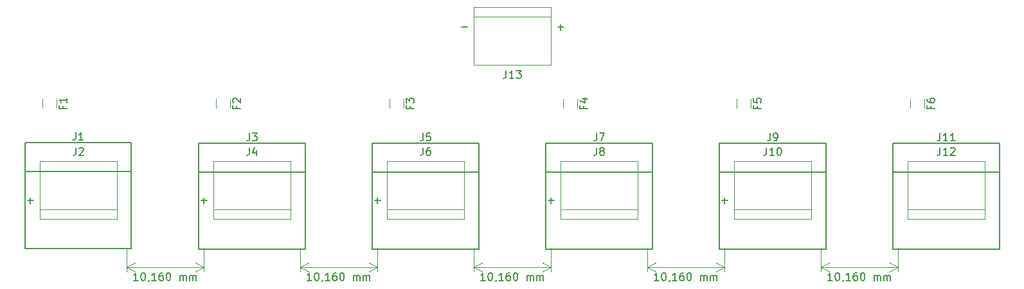
<source format=gbr>
G04 #@! TF.GenerationSoftware,KiCad,Pcbnew,5.1.6*
G04 #@! TF.CreationDate,2020-05-20T11:34:49+02:00*
G04 #@! TF.ProjectId,5V_power_dist,35565f70-6f77-4657-925f-646973742e6b,rev?*
G04 #@! TF.SameCoordinates,Original*
G04 #@! TF.FileFunction,Legend,Top*
G04 #@! TF.FilePolarity,Positive*
%FSLAX46Y46*%
G04 Gerber Fmt 4.6, Leading zero omitted, Abs format (unit mm)*
G04 Created by KiCad (PCBNEW 5.1.6) date 2020-05-20 11:34:49*
%MOMM*%
%LPD*%
G01*
G04 APERTURE LIST*
%ADD10C,0.150000*%
%ADD11C,0.120000*%
G04 APERTURE END LIST*
D10*
X183769047Y-96591428D02*
X184530952Y-96591428D01*
X184150000Y-96972380D02*
X184150000Y-96210476D01*
X160909047Y-96591428D02*
X161670952Y-96591428D01*
X161290000Y-96972380D02*
X161290000Y-96210476D01*
X138049047Y-96591428D02*
X138810952Y-96591428D01*
X138430000Y-96972380D02*
X138430000Y-96210476D01*
X115189047Y-96591428D02*
X115950952Y-96591428D01*
X115570000Y-96972380D02*
X115570000Y-96210476D01*
X92329047Y-96591428D02*
X93090952Y-96591428D01*
X92710000Y-96972380D02*
X92710000Y-96210476D01*
X149479047Y-73731428D02*
X150240952Y-73731428D01*
X162179047Y-73731428D02*
X162940952Y-73731428D01*
X162560000Y-74112380D02*
X162560000Y-73350476D01*
X198358571Y-107132380D02*
X197787142Y-107132380D01*
X198072857Y-107132380D02*
X198072857Y-106132380D01*
X197977619Y-106275238D01*
X197882380Y-106370476D01*
X197787142Y-106418095D01*
X198977619Y-106132380D02*
X199072857Y-106132380D01*
X199168095Y-106180000D01*
X199215714Y-106227619D01*
X199263333Y-106322857D01*
X199310952Y-106513333D01*
X199310952Y-106751428D01*
X199263333Y-106941904D01*
X199215714Y-107037142D01*
X199168095Y-107084761D01*
X199072857Y-107132380D01*
X198977619Y-107132380D01*
X198882380Y-107084761D01*
X198834761Y-107037142D01*
X198787142Y-106941904D01*
X198739523Y-106751428D01*
X198739523Y-106513333D01*
X198787142Y-106322857D01*
X198834761Y-106227619D01*
X198882380Y-106180000D01*
X198977619Y-106132380D01*
X199787142Y-107084761D02*
X199787142Y-107132380D01*
X199739523Y-107227619D01*
X199691904Y-107275238D01*
X200739523Y-107132380D02*
X200168095Y-107132380D01*
X200453809Y-107132380D02*
X200453809Y-106132380D01*
X200358571Y-106275238D01*
X200263333Y-106370476D01*
X200168095Y-106418095D01*
X201596666Y-106132380D02*
X201406190Y-106132380D01*
X201310952Y-106180000D01*
X201263333Y-106227619D01*
X201168095Y-106370476D01*
X201120476Y-106560952D01*
X201120476Y-106941904D01*
X201168095Y-107037142D01*
X201215714Y-107084761D01*
X201310952Y-107132380D01*
X201501428Y-107132380D01*
X201596666Y-107084761D01*
X201644285Y-107037142D01*
X201691904Y-106941904D01*
X201691904Y-106703809D01*
X201644285Y-106608571D01*
X201596666Y-106560952D01*
X201501428Y-106513333D01*
X201310952Y-106513333D01*
X201215714Y-106560952D01*
X201168095Y-106608571D01*
X201120476Y-106703809D01*
X202310952Y-106132380D02*
X202406190Y-106132380D01*
X202501428Y-106180000D01*
X202549047Y-106227619D01*
X202596666Y-106322857D01*
X202644285Y-106513333D01*
X202644285Y-106751428D01*
X202596666Y-106941904D01*
X202549047Y-107037142D01*
X202501428Y-107084761D01*
X202406190Y-107132380D01*
X202310952Y-107132380D01*
X202215714Y-107084761D01*
X202168095Y-107037142D01*
X202120476Y-106941904D01*
X202072857Y-106751428D01*
X202072857Y-106513333D01*
X202120476Y-106322857D01*
X202168095Y-106227619D01*
X202215714Y-106180000D01*
X202310952Y-106132380D01*
X203834761Y-107132380D02*
X203834761Y-106465714D01*
X203834761Y-106560952D02*
X203882380Y-106513333D01*
X203977619Y-106465714D01*
X204120476Y-106465714D01*
X204215714Y-106513333D01*
X204263333Y-106608571D01*
X204263333Y-107132380D01*
X204263333Y-106608571D02*
X204310952Y-106513333D01*
X204406190Y-106465714D01*
X204549047Y-106465714D01*
X204644285Y-106513333D01*
X204691904Y-106608571D01*
X204691904Y-107132380D01*
X205168095Y-107132380D02*
X205168095Y-106465714D01*
X205168095Y-106560952D02*
X205215714Y-106513333D01*
X205310952Y-106465714D01*
X205453809Y-106465714D01*
X205549047Y-106513333D01*
X205596666Y-106608571D01*
X205596666Y-107132380D01*
X205596666Y-106608571D02*
X205644285Y-106513333D01*
X205739523Y-106465714D01*
X205882380Y-106465714D01*
X205977619Y-106513333D01*
X206025238Y-106608571D01*
X206025238Y-107132380D01*
D11*
X207010000Y-105410000D02*
X196850000Y-105410000D01*
X207010000Y-102870000D02*
X207010000Y-105996421D01*
X196850000Y-102870000D02*
X196850000Y-105996421D01*
X196850000Y-105410000D02*
X197976504Y-104823579D01*
X196850000Y-105410000D02*
X197976504Y-105996421D01*
X207010000Y-105410000D02*
X205883496Y-104823579D01*
X207010000Y-105410000D02*
X205883496Y-105996421D01*
D10*
X175498571Y-107132380D02*
X174927142Y-107132380D01*
X175212857Y-107132380D02*
X175212857Y-106132380D01*
X175117619Y-106275238D01*
X175022380Y-106370476D01*
X174927142Y-106418095D01*
X176117619Y-106132380D02*
X176212857Y-106132380D01*
X176308095Y-106180000D01*
X176355714Y-106227619D01*
X176403333Y-106322857D01*
X176450952Y-106513333D01*
X176450952Y-106751428D01*
X176403333Y-106941904D01*
X176355714Y-107037142D01*
X176308095Y-107084761D01*
X176212857Y-107132380D01*
X176117619Y-107132380D01*
X176022380Y-107084761D01*
X175974761Y-107037142D01*
X175927142Y-106941904D01*
X175879523Y-106751428D01*
X175879523Y-106513333D01*
X175927142Y-106322857D01*
X175974761Y-106227619D01*
X176022380Y-106180000D01*
X176117619Y-106132380D01*
X176927142Y-107084761D02*
X176927142Y-107132380D01*
X176879523Y-107227619D01*
X176831904Y-107275238D01*
X177879523Y-107132380D02*
X177308095Y-107132380D01*
X177593809Y-107132380D02*
X177593809Y-106132380D01*
X177498571Y-106275238D01*
X177403333Y-106370476D01*
X177308095Y-106418095D01*
X178736666Y-106132380D02*
X178546190Y-106132380D01*
X178450952Y-106180000D01*
X178403333Y-106227619D01*
X178308095Y-106370476D01*
X178260476Y-106560952D01*
X178260476Y-106941904D01*
X178308095Y-107037142D01*
X178355714Y-107084761D01*
X178450952Y-107132380D01*
X178641428Y-107132380D01*
X178736666Y-107084761D01*
X178784285Y-107037142D01*
X178831904Y-106941904D01*
X178831904Y-106703809D01*
X178784285Y-106608571D01*
X178736666Y-106560952D01*
X178641428Y-106513333D01*
X178450952Y-106513333D01*
X178355714Y-106560952D01*
X178308095Y-106608571D01*
X178260476Y-106703809D01*
X179450952Y-106132380D02*
X179546190Y-106132380D01*
X179641428Y-106180000D01*
X179689047Y-106227619D01*
X179736666Y-106322857D01*
X179784285Y-106513333D01*
X179784285Y-106751428D01*
X179736666Y-106941904D01*
X179689047Y-107037142D01*
X179641428Y-107084761D01*
X179546190Y-107132380D01*
X179450952Y-107132380D01*
X179355714Y-107084761D01*
X179308095Y-107037142D01*
X179260476Y-106941904D01*
X179212857Y-106751428D01*
X179212857Y-106513333D01*
X179260476Y-106322857D01*
X179308095Y-106227619D01*
X179355714Y-106180000D01*
X179450952Y-106132380D01*
X180974761Y-107132380D02*
X180974761Y-106465714D01*
X180974761Y-106560952D02*
X181022380Y-106513333D01*
X181117619Y-106465714D01*
X181260476Y-106465714D01*
X181355714Y-106513333D01*
X181403333Y-106608571D01*
X181403333Y-107132380D01*
X181403333Y-106608571D02*
X181450952Y-106513333D01*
X181546190Y-106465714D01*
X181689047Y-106465714D01*
X181784285Y-106513333D01*
X181831904Y-106608571D01*
X181831904Y-107132380D01*
X182308095Y-107132380D02*
X182308095Y-106465714D01*
X182308095Y-106560952D02*
X182355714Y-106513333D01*
X182450952Y-106465714D01*
X182593809Y-106465714D01*
X182689047Y-106513333D01*
X182736666Y-106608571D01*
X182736666Y-107132380D01*
X182736666Y-106608571D02*
X182784285Y-106513333D01*
X182879523Y-106465714D01*
X183022380Y-106465714D01*
X183117619Y-106513333D01*
X183165238Y-106608571D01*
X183165238Y-107132380D01*
D11*
X184150000Y-105410000D02*
X173990000Y-105410000D01*
X184150000Y-102870000D02*
X184150000Y-105996421D01*
X173990000Y-102870000D02*
X173990000Y-105996421D01*
X173990000Y-105410000D02*
X175116504Y-104823579D01*
X173990000Y-105410000D02*
X175116504Y-105996421D01*
X184150000Y-105410000D02*
X183023496Y-104823579D01*
X184150000Y-105410000D02*
X183023496Y-105996421D01*
D10*
X152638571Y-107132380D02*
X152067142Y-107132380D01*
X152352857Y-107132380D02*
X152352857Y-106132380D01*
X152257619Y-106275238D01*
X152162380Y-106370476D01*
X152067142Y-106418095D01*
X153257619Y-106132380D02*
X153352857Y-106132380D01*
X153448095Y-106180000D01*
X153495714Y-106227619D01*
X153543333Y-106322857D01*
X153590952Y-106513333D01*
X153590952Y-106751428D01*
X153543333Y-106941904D01*
X153495714Y-107037142D01*
X153448095Y-107084761D01*
X153352857Y-107132380D01*
X153257619Y-107132380D01*
X153162380Y-107084761D01*
X153114761Y-107037142D01*
X153067142Y-106941904D01*
X153019523Y-106751428D01*
X153019523Y-106513333D01*
X153067142Y-106322857D01*
X153114761Y-106227619D01*
X153162380Y-106180000D01*
X153257619Y-106132380D01*
X154067142Y-107084761D02*
X154067142Y-107132380D01*
X154019523Y-107227619D01*
X153971904Y-107275238D01*
X155019523Y-107132380D02*
X154448095Y-107132380D01*
X154733809Y-107132380D02*
X154733809Y-106132380D01*
X154638571Y-106275238D01*
X154543333Y-106370476D01*
X154448095Y-106418095D01*
X155876666Y-106132380D02*
X155686190Y-106132380D01*
X155590952Y-106180000D01*
X155543333Y-106227619D01*
X155448095Y-106370476D01*
X155400476Y-106560952D01*
X155400476Y-106941904D01*
X155448095Y-107037142D01*
X155495714Y-107084761D01*
X155590952Y-107132380D01*
X155781428Y-107132380D01*
X155876666Y-107084761D01*
X155924285Y-107037142D01*
X155971904Y-106941904D01*
X155971904Y-106703809D01*
X155924285Y-106608571D01*
X155876666Y-106560952D01*
X155781428Y-106513333D01*
X155590952Y-106513333D01*
X155495714Y-106560952D01*
X155448095Y-106608571D01*
X155400476Y-106703809D01*
X156590952Y-106132380D02*
X156686190Y-106132380D01*
X156781428Y-106180000D01*
X156829047Y-106227619D01*
X156876666Y-106322857D01*
X156924285Y-106513333D01*
X156924285Y-106751428D01*
X156876666Y-106941904D01*
X156829047Y-107037142D01*
X156781428Y-107084761D01*
X156686190Y-107132380D01*
X156590952Y-107132380D01*
X156495714Y-107084761D01*
X156448095Y-107037142D01*
X156400476Y-106941904D01*
X156352857Y-106751428D01*
X156352857Y-106513333D01*
X156400476Y-106322857D01*
X156448095Y-106227619D01*
X156495714Y-106180000D01*
X156590952Y-106132380D01*
X158114761Y-107132380D02*
X158114761Y-106465714D01*
X158114761Y-106560952D02*
X158162380Y-106513333D01*
X158257619Y-106465714D01*
X158400476Y-106465714D01*
X158495714Y-106513333D01*
X158543333Y-106608571D01*
X158543333Y-107132380D01*
X158543333Y-106608571D02*
X158590952Y-106513333D01*
X158686190Y-106465714D01*
X158829047Y-106465714D01*
X158924285Y-106513333D01*
X158971904Y-106608571D01*
X158971904Y-107132380D01*
X159448095Y-107132380D02*
X159448095Y-106465714D01*
X159448095Y-106560952D02*
X159495714Y-106513333D01*
X159590952Y-106465714D01*
X159733809Y-106465714D01*
X159829047Y-106513333D01*
X159876666Y-106608571D01*
X159876666Y-107132380D01*
X159876666Y-106608571D02*
X159924285Y-106513333D01*
X160019523Y-106465714D01*
X160162380Y-106465714D01*
X160257619Y-106513333D01*
X160305238Y-106608571D01*
X160305238Y-107132380D01*
D11*
X161290000Y-105410000D02*
X151130000Y-105410000D01*
X161290000Y-102870000D02*
X161290000Y-105996421D01*
X151130000Y-102870000D02*
X151130000Y-105996421D01*
X151130000Y-105410000D02*
X152256504Y-104823579D01*
X151130000Y-105410000D02*
X152256504Y-105996421D01*
X161290000Y-105410000D02*
X160163496Y-104823579D01*
X161290000Y-105410000D02*
X160163496Y-105996421D01*
D10*
X129778571Y-107132380D02*
X129207142Y-107132380D01*
X129492857Y-107132380D02*
X129492857Y-106132380D01*
X129397619Y-106275238D01*
X129302380Y-106370476D01*
X129207142Y-106418095D01*
X130397619Y-106132380D02*
X130492857Y-106132380D01*
X130588095Y-106180000D01*
X130635714Y-106227619D01*
X130683333Y-106322857D01*
X130730952Y-106513333D01*
X130730952Y-106751428D01*
X130683333Y-106941904D01*
X130635714Y-107037142D01*
X130588095Y-107084761D01*
X130492857Y-107132380D01*
X130397619Y-107132380D01*
X130302380Y-107084761D01*
X130254761Y-107037142D01*
X130207142Y-106941904D01*
X130159523Y-106751428D01*
X130159523Y-106513333D01*
X130207142Y-106322857D01*
X130254761Y-106227619D01*
X130302380Y-106180000D01*
X130397619Y-106132380D01*
X131207142Y-107084761D02*
X131207142Y-107132380D01*
X131159523Y-107227619D01*
X131111904Y-107275238D01*
X132159523Y-107132380D02*
X131588095Y-107132380D01*
X131873809Y-107132380D02*
X131873809Y-106132380D01*
X131778571Y-106275238D01*
X131683333Y-106370476D01*
X131588095Y-106418095D01*
X133016666Y-106132380D02*
X132826190Y-106132380D01*
X132730952Y-106180000D01*
X132683333Y-106227619D01*
X132588095Y-106370476D01*
X132540476Y-106560952D01*
X132540476Y-106941904D01*
X132588095Y-107037142D01*
X132635714Y-107084761D01*
X132730952Y-107132380D01*
X132921428Y-107132380D01*
X133016666Y-107084761D01*
X133064285Y-107037142D01*
X133111904Y-106941904D01*
X133111904Y-106703809D01*
X133064285Y-106608571D01*
X133016666Y-106560952D01*
X132921428Y-106513333D01*
X132730952Y-106513333D01*
X132635714Y-106560952D01*
X132588095Y-106608571D01*
X132540476Y-106703809D01*
X133730952Y-106132380D02*
X133826190Y-106132380D01*
X133921428Y-106180000D01*
X133969047Y-106227619D01*
X134016666Y-106322857D01*
X134064285Y-106513333D01*
X134064285Y-106751428D01*
X134016666Y-106941904D01*
X133969047Y-107037142D01*
X133921428Y-107084761D01*
X133826190Y-107132380D01*
X133730952Y-107132380D01*
X133635714Y-107084761D01*
X133588095Y-107037142D01*
X133540476Y-106941904D01*
X133492857Y-106751428D01*
X133492857Y-106513333D01*
X133540476Y-106322857D01*
X133588095Y-106227619D01*
X133635714Y-106180000D01*
X133730952Y-106132380D01*
X135254761Y-107132380D02*
X135254761Y-106465714D01*
X135254761Y-106560952D02*
X135302380Y-106513333D01*
X135397619Y-106465714D01*
X135540476Y-106465714D01*
X135635714Y-106513333D01*
X135683333Y-106608571D01*
X135683333Y-107132380D01*
X135683333Y-106608571D02*
X135730952Y-106513333D01*
X135826190Y-106465714D01*
X135969047Y-106465714D01*
X136064285Y-106513333D01*
X136111904Y-106608571D01*
X136111904Y-107132380D01*
X136588095Y-107132380D02*
X136588095Y-106465714D01*
X136588095Y-106560952D02*
X136635714Y-106513333D01*
X136730952Y-106465714D01*
X136873809Y-106465714D01*
X136969047Y-106513333D01*
X137016666Y-106608571D01*
X137016666Y-107132380D01*
X137016666Y-106608571D02*
X137064285Y-106513333D01*
X137159523Y-106465714D01*
X137302380Y-106465714D01*
X137397619Y-106513333D01*
X137445238Y-106608571D01*
X137445238Y-107132380D01*
D11*
X138430000Y-105410000D02*
X128270000Y-105410000D01*
X138430000Y-102870000D02*
X138430000Y-105996421D01*
X128270000Y-102870000D02*
X128270000Y-105996421D01*
X128270000Y-105410000D02*
X129396504Y-104823579D01*
X128270000Y-105410000D02*
X129396504Y-105996421D01*
X138430000Y-105410000D02*
X137303496Y-104823579D01*
X138430000Y-105410000D02*
X137303496Y-105996421D01*
D10*
X106918571Y-107132380D02*
X106347142Y-107132380D01*
X106632857Y-107132380D02*
X106632857Y-106132380D01*
X106537619Y-106275238D01*
X106442380Y-106370476D01*
X106347142Y-106418095D01*
X107537619Y-106132380D02*
X107632857Y-106132380D01*
X107728095Y-106180000D01*
X107775714Y-106227619D01*
X107823333Y-106322857D01*
X107870952Y-106513333D01*
X107870952Y-106751428D01*
X107823333Y-106941904D01*
X107775714Y-107037142D01*
X107728095Y-107084761D01*
X107632857Y-107132380D01*
X107537619Y-107132380D01*
X107442380Y-107084761D01*
X107394761Y-107037142D01*
X107347142Y-106941904D01*
X107299523Y-106751428D01*
X107299523Y-106513333D01*
X107347142Y-106322857D01*
X107394761Y-106227619D01*
X107442380Y-106180000D01*
X107537619Y-106132380D01*
X108347142Y-107084761D02*
X108347142Y-107132380D01*
X108299523Y-107227619D01*
X108251904Y-107275238D01*
X109299523Y-107132380D02*
X108728095Y-107132380D01*
X109013809Y-107132380D02*
X109013809Y-106132380D01*
X108918571Y-106275238D01*
X108823333Y-106370476D01*
X108728095Y-106418095D01*
X110156666Y-106132380D02*
X109966190Y-106132380D01*
X109870952Y-106180000D01*
X109823333Y-106227619D01*
X109728095Y-106370476D01*
X109680476Y-106560952D01*
X109680476Y-106941904D01*
X109728095Y-107037142D01*
X109775714Y-107084761D01*
X109870952Y-107132380D01*
X110061428Y-107132380D01*
X110156666Y-107084761D01*
X110204285Y-107037142D01*
X110251904Y-106941904D01*
X110251904Y-106703809D01*
X110204285Y-106608571D01*
X110156666Y-106560952D01*
X110061428Y-106513333D01*
X109870952Y-106513333D01*
X109775714Y-106560952D01*
X109728095Y-106608571D01*
X109680476Y-106703809D01*
X110870952Y-106132380D02*
X110966190Y-106132380D01*
X111061428Y-106180000D01*
X111109047Y-106227619D01*
X111156666Y-106322857D01*
X111204285Y-106513333D01*
X111204285Y-106751428D01*
X111156666Y-106941904D01*
X111109047Y-107037142D01*
X111061428Y-107084761D01*
X110966190Y-107132380D01*
X110870952Y-107132380D01*
X110775714Y-107084761D01*
X110728095Y-107037142D01*
X110680476Y-106941904D01*
X110632857Y-106751428D01*
X110632857Y-106513333D01*
X110680476Y-106322857D01*
X110728095Y-106227619D01*
X110775714Y-106180000D01*
X110870952Y-106132380D01*
X112394761Y-107132380D02*
X112394761Y-106465714D01*
X112394761Y-106560952D02*
X112442380Y-106513333D01*
X112537619Y-106465714D01*
X112680476Y-106465714D01*
X112775714Y-106513333D01*
X112823333Y-106608571D01*
X112823333Y-107132380D01*
X112823333Y-106608571D02*
X112870952Y-106513333D01*
X112966190Y-106465714D01*
X113109047Y-106465714D01*
X113204285Y-106513333D01*
X113251904Y-106608571D01*
X113251904Y-107132380D01*
X113728095Y-107132380D02*
X113728095Y-106465714D01*
X113728095Y-106560952D02*
X113775714Y-106513333D01*
X113870952Y-106465714D01*
X114013809Y-106465714D01*
X114109047Y-106513333D01*
X114156666Y-106608571D01*
X114156666Y-107132380D01*
X114156666Y-106608571D02*
X114204285Y-106513333D01*
X114299523Y-106465714D01*
X114442380Y-106465714D01*
X114537619Y-106513333D01*
X114585238Y-106608571D01*
X114585238Y-107132380D01*
D11*
X115570000Y-105410000D02*
X105410000Y-105410000D01*
X115570000Y-102870000D02*
X115570000Y-105996421D01*
X105410000Y-102870000D02*
X105410000Y-105996421D01*
X105410000Y-105410000D02*
X106536504Y-104823579D01*
X105410000Y-105410000D02*
X106536504Y-105996421D01*
X115570000Y-105410000D02*
X114443496Y-104823579D01*
X115570000Y-105410000D02*
X114443496Y-105996421D01*
X151130000Y-72390000D02*
X161290000Y-72390000D01*
X151130000Y-71120000D02*
X151130000Y-78740000D01*
X151130000Y-78740000D02*
X161290000Y-78740000D01*
X161290000Y-78740000D02*
X161290000Y-71120000D01*
X161290000Y-71120000D02*
X151130000Y-71120000D01*
X127000000Y-97790000D02*
X116840000Y-97790000D01*
X127000000Y-99060000D02*
X127000000Y-91440000D01*
X127000000Y-91440000D02*
X116840000Y-91440000D01*
X116840000Y-91440000D02*
X116840000Y-99060000D01*
X116840000Y-99060000D02*
X127000000Y-99060000D01*
X172720000Y-97790000D02*
X162560000Y-97790000D01*
X172720000Y-99060000D02*
X172720000Y-91440000D01*
X172720000Y-91440000D02*
X162560000Y-91440000D01*
X162560000Y-91440000D02*
X162560000Y-99060000D01*
X162560000Y-99060000D02*
X172720000Y-99060000D01*
X218440000Y-97790000D02*
X208280000Y-97790000D01*
X218440000Y-99060000D02*
X218440000Y-91440000D01*
X218440000Y-91440000D02*
X208280000Y-91440000D01*
X208280000Y-91440000D02*
X208280000Y-99060000D01*
X208280000Y-99060000D02*
X218440000Y-99060000D01*
D10*
X114920000Y-103030000D02*
X128920000Y-103030000D01*
X114920000Y-92880000D02*
X114920000Y-103030000D01*
X128920000Y-92880000D02*
X128920000Y-103030000D01*
X114920000Y-92880000D02*
X128920000Y-92880000D01*
X114920000Y-89030000D02*
X128920000Y-89030000D01*
X114920000Y-92880000D02*
X114920000Y-89030000D01*
X128920000Y-92880000D02*
X128920000Y-89030000D01*
X160640000Y-103030000D02*
X174640000Y-103030000D01*
X160640000Y-92880000D02*
X160640000Y-103030000D01*
X174640000Y-92880000D02*
X174640000Y-103030000D01*
X160640000Y-92880000D02*
X174640000Y-92880000D01*
X160640000Y-89030000D02*
X174640000Y-89030000D01*
X160640000Y-92880000D02*
X160640000Y-89030000D01*
X174640000Y-92880000D02*
X174640000Y-89030000D01*
X206360000Y-103030000D02*
X220360000Y-103030000D01*
X206360000Y-92880000D02*
X206360000Y-103030000D01*
X220360000Y-92880000D02*
X220360000Y-103030000D01*
X206360000Y-92880000D02*
X220360000Y-92880000D01*
X206360000Y-89030000D02*
X220360000Y-89030000D01*
X206360000Y-92880000D02*
X206360000Y-89030000D01*
X220360000Y-92880000D02*
X220360000Y-89030000D01*
D11*
X149860000Y-97790000D02*
X139700000Y-97790000D01*
X149860000Y-99060000D02*
X149860000Y-91440000D01*
X149860000Y-91440000D02*
X139700000Y-91440000D01*
X139700000Y-91440000D02*
X139700000Y-99060000D01*
X139700000Y-99060000D02*
X149860000Y-99060000D01*
X195580000Y-97790000D02*
X185420000Y-97790000D01*
X195580000Y-99060000D02*
X195580000Y-91440000D01*
X195580000Y-91440000D02*
X185420000Y-91440000D01*
X185420000Y-91440000D02*
X185420000Y-99060000D01*
X185420000Y-99060000D02*
X195580000Y-99060000D01*
D10*
X137780000Y-103030000D02*
X151780000Y-103030000D01*
X137780000Y-92880000D02*
X137780000Y-103030000D01*
X151780000Y-92880000D02*
X151780000Y-103030000D01*
X137780000Y-92880000D02*
X151780000Y-92880000D01*
X137780000Y-89030000D02*
X151780000Y-89030000D01*
X137780000Y-92880000D02*
X137780000Y-89030000D01*
X151780000Y-92880000D02*
X151780000Y-89030000D01*
X183500000Y-103030000D02*
X197500000Y-103030000D01*
X183500000Y-92880000D02*
X183500000Y-103030000D01*
X197500000Y-92880000D02*
X197500000Y-103030000D01*
X183500000Y-92880000D02*
X197500000Y-92880000D01*
X183500000Y-89030000D02*
X197500000Y-89030000D01*
X183500000Y-92880000D02*
X183500000Y-89030000D01*
X197500000Y-92880000D02*
X197500000Y-89030000D01*
D11*
X119020000Y-83217936D02*
X119020000Y-84422064D01*
X117200000Y-83217936D02*
X117200000Y-84422064D01*
X164740000Y-83217936D02*
X164740000Y-84422064D01*
X162920000Y-83217936D02*
X162920000Y-84422064D01*
X210460000Y-83217936D02*
X210460000Y-84422064D01*
X208640000Y-83217936D02*
X208640000Y-84422064D01*
X141880000Y-83217936D02*
X141880000Y-84422064D01*
X140060000Y-83217936D02*
X140060000Y-84422064D01*
X187600000Y-83217936D02*
X187600000Y-84422064D01*
X185780000Y-83217936D02*
X185780000Y-84422064D01*
X104140000Y-97790000D02*
X93980000Y-97790000D01*
X104140000Y-99060000D02*
X104140000Y-91440000D01*
X104140000Y-91440000D02*
X93980000Y-91440000D01*
X93980000Y-91440000D02*
X93980000Y-99060000D01*
X93980000Y-99060000D02*
X104140000Y-99060000D01*
D10*
X92014999Y-102940000D02*
X106014999Y-102940000D01*
X92014999Y-92790000D02*
X92014999Y-102940000D01*
X106014999Y-92790000D02*
X106014999Y-102940000D01*
X92014999Y-92790000D02*
X106014999Y-92790000D01*
X92014999Y-88940000D02*
X106014999Y-88940000D01*
X92014999Y-92790000D02*
X92014999Y-88940000D01*
X106014999Y-92790000D02*
X106014999Y-88940000D01*
D11*
X96160000Y-83217936D02*
X96160000Y-84422064D01*
X94340000Y-83217936D02*
X94340000Y-84422064D01*
D10*
X155400476Y-79462380D02*
X155400476Y-80176666D01*
X155352857Y-80319523D01*
X155257619Y-80414761D01*
X155114761Y-80462380D01*
X155019523Y-80462380D01*
X156400476Y-80462380D02*
X155829047Y-80462380D01*
X156114761Y-80462380D02*
X156114761Y-79462380D01*
X156019523Y-79605238D01*
X155924285Y-79700476D01*
X155829047Y-79748095D01*
X156733809Y-79462380D02*
X157352857Y-79462380D01*
X157019523Y-79843333D01*
X157162380Y-79843333D01*
X157257619Y-79890952D01*
X157305238Y-79938571D01*
X157352857Y-80033809D01*
X157352857Y-80271904D01*
X157305238Y-80367142D01*
X157257619Y-80414761D01*
X157162380Y-80462380D01*
X156876666Y-80462380D01*
X156781428Y-80414761D01*
X156733809Y-80367142D01*
X121586666Y-89622380D02*
X121586666Y-90336666D01*
X121539047Y-90479523D01*
X121443809Y-90574761D01*
X121300952Y-90622380D01*
X121205714Y-90622380D01*
X122491428Y-89955714D02*
X122491428Y-90622380D01*
X122253333Y-89574761D02*
X122015238Y-90289047D01*
X122634285Y-90289047D01*
X167306666Y-89622380D02*
X167306666Y-90336666D01*
X167259047Y-90479523D01*
X167163809Y-90574761D01*
X167020952Y-90622380D01*
X166925714Y-90622380D01*
X167925714Y-90050952D02*
X167830476Y-90003333D01*
X167782857Y-89955714D01*
X167735238Y-89860476D01*
X167735238Y-89812857D01*
X167782857Y-89717619D01*
X167830476Y-89670000D01*
X167925714Y-89622380D01*
X168116190Y-89622380D01*
X168211428Y-89670000D01*
X168259047Y-89717619D01*
X168306666Y-89812857D01*
X168306666Y-89860476D01*
X168259047Y-89955714D01*
X168211428Y-90003333D01*
X168116190Y-90050952D01*
X167925714Y-90050952D01*
X167830476Y-90098571D01*
X167782857Y-90146190D01*
X167735238Y-90241428D01*
X167735238Y-90431904D01*
X167782857Y-90527142D01*
X167830476Y-90574761D01*
X167925714Y-90622380D01*
X168116190Y-90622380D01*
X168211428Y-90574761D01*
X168259047Y-90527142D01*
X168306666Y-90431904D01*
X168306666Y-90241428D01*
X168259047Y-90146190D01*
X168211428Y-90098571D01*
X168116190Y-90050952D01*
X212550476Y-89622380D02*
X212550476Y-90336666D01*
X212502857Y-90479523D01*
X212407619Y-90574761D01*
X212264761Y-90622380D01*
X212169523Y-90622380D01*
X213550476Y-90622380D02*
X212979047Y-90622380D01*
X213264761Y-90622380D02*
X213264761Y-89622380D01*
X213169523Y-89765238D01*
X213074285Y-89860476D01*
X212979047Y-89908095D01*
X213931428Y-89717619D02*
X213979047Y-89670000D01*
X214074285Y-89622380D01*
X214312380Y-89622380D01*
X214407619Y-89670000D01*
X214455238Y-89717619D01*
X214502857Y-89812857D01*
X214502857Y-89908095D01*
X214455238Y-90050952D01*
X213883809Y-90622380D01*
X214502857Y-90622380D01*
X121586666Y-87717380D02*
X121586666Y-88431666D01*
X121539047Y-88574523D01*
X121443809Y-88669761D01*
X121300952Y-88717380D01*
X121205714Y-88717380D01*
X121967619Y-87717380D02*
X122586666Y-87717380D01*
X122253333Y-88098333D01*
X122396190Y-88098333D01*
X122491428Y-88145952D01*
X122539047Y-88193571D01*
X122586666Y-88288809D01*
X122586666Y-88526904D01*
X122539047Y-88622142D01*
X122491428Y-88669761D01*
X122396190Y-88717380D01*
X122110476Y-88717380D01*
X122015238Y-88669761D01*
X121967619Y-88622142D01*
X167306666Y-87717380D02*
X167306666Y-88431666D01*
X167259047Y-88574523D01*
X167163809Y-88669761D01*
X167020952Y-88717380D01*
X166925714Y-88717380D01*
X167687619Y-87717380D02*
X168354285Y-87717380D01*
X167925714Y-88717380D01*
X212550476Y-87717380D02*
X212550476Y-88431666D01*
X212502857Y-88574523D01*
X212407619Y-88669761D01*
X212264761Y-88717380D01*
X212169523Y-88717380D01*
X213550476Y-88717380D02*
X212979047Y-88717380D01*
X213264761Y-88717380D02*
X213264761Y-87717380D01*
X213169523Y-87860238D01*
X213074285Y-87955476D01*
X212979047Y-88003095D01*
X214502857Y-88717380D02*
X213931428Y-88717380D01*
X214217142Y-88717380D02*
X214217142Y-87717380D01*
X214121904Y-87860238D01*
X214026666Y-87955476D01*
X213931428Y-88003095D01*
X144446666Y-89622380D02*
X144446666Y-90336666D01*
X144399047Y-90479523D01*
X144303809Y-90574761D01*
X144160952Y-90622380D01*
X144065714Y-90622380D01*
X145351428Y-89622380D02*
X145160952Y-89622380D01*
X145065714Y-89670000D01*
X145018095Y-89717619D01*
X144922857Y-89860476D01*
X144875238Y-90050952D01*
X144875238Y-90431904D01*
X144922857Y-90527142D01*
X144970476Y-90574761D01*
X145065714Y-90622380D01*
X145256190Y-90622380D01*
X145351428Y-90574761D01*
X145399047Y-90527142D01*
X145446666Y-90431904D01*
X145446666Y-90193809D01*
X145399047Y-90098571D01*
X145351428Y-90050952D01*
X145256190Y-90003333D01*
X145065714Y-90003333D01*
X144970476Y-90050952D01*
X144922857Y-90098571D01*
X144875238Y-90193809D01*
X189690476Y-89622380D02*
X189690476Y-90336666D01*
X189642857Y-90479523D01*
X189547619Y-90574761D01*
X189404761Y-90622380D01*
X189309523Y-90622380D01*
X190690476Y-90622380D02*
X190119047Y-90622380D01*
X190404761Y-90622380D02*
X190404761Y-89622380D01*
X190309523Y-89765238D01*
X190214285Y-89860476D01*
X190119047Y-89908095D01*
X191309523Y-89622380D02*
X191404761Y-89622380D01*
X191500000Y-89670000D01*
X191547619Y-89717619D01*
X191595238Y-89812857D01*
X191642857Y-90003333D01*
X191642857Y-90241428D01*
X191595238Y-90431904D01*
X191547619Y-90527142D01*
X191500000Y-90574761D01*
X191404761Y-90622380D01*
X191309523Y-90622380D01*
X191214285Y-90574761D01*
X191166666Y-90527142D01*
X191119047Y-90431904D01*
X191071428Y-90241428D01*
X191071428Y-90003333D01*
X191119047Y-89812857D01*
X191166666Y-89717619D01*
X191214285Y-89670000D01*
X191309523Y-89622380D01*
X144446666Y-87717380D02*
X144446666Y-88431666D01*
X144399047Y-88574523D01*
X144303809Y-88669761D01*
X144160952Y-88717380D01*
X144065714Y-88717380D01*
X145399047Y-87717380D02*
X144922857Y-87717380D01*
X144875238Y-88193571D01*
X144922857Y-88145952D01*
X145018095Y-88098333D01*
X145256190Y-88098333D01*
X145351428Y-88145952D01*
X145399047Y-88193571D01*
X145446666Y-88288809D01*
X145446666Y-88526904D01*
X145399047Y-88622142D01*
X145351428Y-88669761D01*
X145256190Y-88717380D01*
X145018095Y-88717380D01*
X144922857Y-88669761D01*
X144875238Y-88622142D01*
X190166666Y-87717380D02*
X190166666Y-88431666D01*
X190119047Y-88574523D01*
X190023809Y-88669761D01*
X189880952Y-88717380D01*
X189785714Y-88717380D01*
X190690476Y-88717380D02*
X190880952Y-88717380D01*
X190976190Y-88669761D01*
X191023809Y-88622142D01*
X191119047Y-88479285D01*
X191166666Y-88288809D01*
X191166666Y-87907857D01*
X191119047Y-87812619D01*
X191071428Y-87765000D01*
X190976190Y-87717380D01*
X190785714Y-87717380D01*
X190690476Y-87765000D01*
X190642857Y-87812619D01*
X190595238Y-87907857D01*
X190595238Y-88145952D01*
X190642857Y-88241190D01*
X190690476Y-88288809D01*
X190785714Y-88336428D01*
X190976190Y-88336428D01*
X191071428Y-88288809D01*
X191119047Y-88241190D01*
X191166666Y-88145952D01*
X119858571Y-84153333D02*
X119858571Y-84486666D01*
X120382380Y-84486666D02*
X119382380Y-84486666D01*
X119382380Y-84010476D01*
X119477619Y-83677142D02*
X119430000Y-83629523D01*
X119382380Y-83534285D01*
X119382380Y-83296190D01*
X119430000Y-83200952D01*
X119477619Y-83153333D01*
X119572857Y-83105714D01*
X119668095Y-83105714D01*
X119810952Y-83153333D01*
X120382380Y-83724761D01*
X120382380Y-83105714D01*
X165578571Y-84153333D02*
X165578571Y-84486666D01*
X166102380Y-84486666D02*
X165102380Y-84486666D01*
X165102380Y-84010476D01*
X165435714Y-83200952D02*
X166102380Y-83200952D01*
X165054761Y-83439047D02*
X165769047Y-83677142D01*
X165769047Y-83058095D01*
X211298571Y-84153333D02*
X211298571Y-84486666D01*
X211822380Y-84486666D02*
X210822380Y-84486666D01*
X210822380Y-84010476D01*
X210822380Y-83200952D02*
X210822380Y-83391428D01*
X210870000Y-83486666D01*
X210917619Y-83534285D01*
X211060476Y-83629523D01*
X211250952Y-83677142D01*
X211631904Y-83677142D01*
X211727142Y-83629523D01*
X211774761Y-83581904D01*
X211822380Y-83486666D01*
X211822380Y-83296190D01*
X211774761Y-83200952D01*
X211727142Y-83153333D01*
X211631904Y-83105714D01*
X211393809Y-83105714D01*
X211298571Y-83153333D01*
X211250952Y-83200952D01*
X211203333Y-83296190D01*
X211203333Y-83486666D01*
X211250952Y-83581904D01*
X211298571Y-83629523D01*
X211393809Y-83677142D01*
X142718571Y-84153333D02*
X142718571Y-84486666D01*
X143242380Y-84486666D02*
X142242380Y-84486666D01*
X142242380Y-84010476D01*
X142242380Y-83724761D02*
X142242380Y-83105714D01*
X142623333Y-83439047D01*
X142623333Y-83296190D01*
X142670952Y-83200952D01*
X142718571Y-83153333D01*
X142813809Y-83105714D01*
X143051904Y-83105714D01*
X143147142Y-83153333D01*
X143194761Y-83200952D01*
X143242380Y-83296190D01*
X143242380Y-83581904D01*
X143194761Y-83677142D01*
X143147142Y-83724761D01*
X188438571Y-84153333D02*
X188438571Y-84486666D01*
X188962380Y-84486666D02*
X187962380Y-84486666D01*
X187962380Y-84010476D01*
X187962380Y-83153333D02*
X187962380Y-83629523D01*
X188438571Y-83677142D01*
X188390952Y-83629523D01*
X188343333Y-83534285D01*
X188343333Y-83296190D01*
X188390952Y-83200952D01*
X188438571Y-83153333D01*
X188533809Y-83105714D01*
X188771904Y-83105714D01*
X188867142Y-83153333D01*
X188914761Y-83200952D01*
X188962380Y-83296190D01*
X188962380Y-83534285D01*
X188914761Y-83629523D01*
X188867142Y-83677142D01*
X98726666Y-89622380D02*
X98726666Y-90336666D01*
X98679047Y-90479523D01*
X98583809Y-90574761D01*
X98440952Y-90622380D01*
X98345714Y-90622380D01*
X99155238Y-89717619D02*
X99202857Y-89670000D01*
X99298095Y-89622380D01*
X99536190Y-89622380D01*
X99631428Y-89670000D01*
X99679047Y-89717619D01*
X99726666Y-89812857D01*
X99726666Y-89908095D01*
X99679047Y-90050952D01*
X99107619Y-90622380D01*
X99726666Y-90622380D01*
X98681665Y-87627380D02*
X98681665Y-88341666D01*
X98634046Y-88484523D01*
X98538808Y-88579761D01*
X98395951Y-88627380D01*
X98300713Y-88627380D01*
X99681665Y-88627380D02*
X99110237Y-88627380D01*
X99395951Y-88627380D02*
X99395951Y-87627380D01*
X99300713Y-87770238D01*
X99205475Y-87865476D01*
X99110237Y-87913095D01*
X96998571Y-84153333D02*
X96998571Y-84486666D01*
X97522380Y-84486666D02*
X96522380Y-84486666D01*
X96522380Y-84010476D01*
X97522380Y-83105714D02*
X97522380Y-83677142D01*
X97522380Y-83391428D02*
X96522380Y-83391428D01*
X96665238Y-83486666D01*
X96760476Y-83581904D01*
X96808095Y-83677142D01*
M02*

</source>
